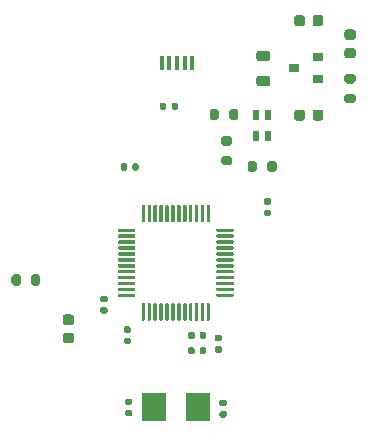
<source format=gbr>
%TF.GenerationSoftware,KiCad,Pcbnew,(5.1.12)-1*%
%TF.CreationDate,2021-12-29T23:54:55+01:00*%
%TF.ProjectId,STM32_Devkit,53544d33-325f-4446-9576-6b69742e6b69,rev?*%
%TF.SameCoordinates,Original*%
%TF.FileFunction,Paste,Top*%
%TF.FilePolarity,Positive*%
%FSLAX46Y46*%
G04 Gerber Fmt 4.6, Leading zero omitted, Abs format (unit mm)*
G04 Created by KiCad (PCBNEW (5.1.12)-1) date 2021-12-29 23:54:55*
%MOMM*%
%LPD*%
G01*
G04 APERTURE LIST*
%ADD10R,0.550000X0.850000*%
%ADD11R,0.450000X1.300000*%
%ADD12R,0.900000X0.800000*%
%ADD13R,2.000000X2.400000*%
G04 APERTURE END LIST*
D10*
%TO.C,D2*%
X190740000Y-116800000D03*
X190740000Y-115040000D03*
X189680000Y-115040000D03*
X189680000Y-116800000D03*
%TD*%
%TO.C,C1*%
G36*
G01*
X194475000Y-107300000D02*
X194475000Y-106800000D01*
G75*
G02*
X194700000Y-106575000I225000J0D01*
G01*
X195150000Y-106575000D01*
G75*
G02*
X195375000Y-106800000I0J-225000D01*
G01*
X195375000Y-107300000D01*
G75*
G02*
X195150000Y-107525000I-225000J0D01*
G01*
X194700000Y-107525000D01*
G75*
G02*
X194475000Y-107300000I0J225000D01*
G01*
G37*
G36*
G01*
X192925000Y-107300000D02*
X192925000Y-106800000D01*
G75*
G02*
X193150000Y-106575000I225000J0D01*
G01*
X193600000Y-106575000D01*
G75*
G02*
X193825000Y-106800000I0J-225000D01*
G01*
X193825000Y-107300000D01*
G75*
G02*
X193600000Y-107525000I-225000J0D01*
G01*
X193150000Y-107525000D01*
G75*
G02*
X192925000Y-107300000I0J225000D01*
G01*
G37*
%TD*%
%TO.C,C2*%
G36*
G01*
X195375000Y-114800000D02*
X195375000Y-115300000D01*
G75*
G02*
X195150000Y-115525000I-225000J0D01*
G01*
X194700000Y-115525000D01*
G75*
G02*
X194475000Y-115300000I0J225000D01*
G01*
X194475000Y-114800000D01*
G75*
G02*
X194700000Y-114575000I225000J0D01*
G01*
X195150000Y-114575000D01*
G75*
G02*
X195375000Y-114800000I0J-225000D01*
G01*
G37*
G36*
G01*
X193825000Y-114800000D02*
X193825000Y-115300000D01*
G75*
G02*
X193600000Y-115525000I-225000J0D01*
G01*
X193150000Y-115525000D01*
G75*
G02*
X192925000Y-115300000I0J225000D01*
G01*
X192925000Y-114800000D01*
G75*
G02*
X193150000Y-114575000I225000J0D01*
G01*
X193600000Y-114575000D01*
G75*
G02*
X193825000Y-114800000I0J-225000D01*
G01*
G37*
%TD*%
%TO.C,C3*%
G36*
G01*
X174050000Y-134375000D02*
X173550000Y-134375000D01*
G75*
G02*
X173325000Y-134150000I0J225000D01*
G01*
X173325000Y-133700000D01*
G75*
G02*
X173550000Y-133475000I225000J0D01*
G01*
X174050000Y-133475000D01*
G75*
G02*
X174275000Y-133700000I0J-225000D01*
G01*
X174275000Y-134150000D01*
G75*
G02*
X174050000Y-134375000I-225000J0D01*
G01*
G37*
G36*
G01*
X174050000Y-132825000D02*
X173550000Y-132825000D01*
G75*
G02*
X173325000Y-132600000I0J225000D01*
G01*
X173325000Y-132150000D01*
G75*
G02*
X173550000Y-131925000I225000J0D01*
G01*
X174050000Y-131925000D01*
G75*
G02*
X174275000Y-132150000I0J-225000D01*
G01*
X174275000Y-132600000D01*
G75*
G02*
X174050000Y-132825000I-225000J0D01*
G01*
G37*
%TD*%
%TO.C,C4*%
G36*
G01*
X178630000Y-132940000D02*
X178970000Y-132940000D01*
G75*
G02*
X179110000Y-133080000I0J-140000D01*
G01*
X179110000Y-133360000D01*
G75*
G02*
X178970000Y-133500000I-140000J0D01*
G01*
X178630000Y-133500000D01*
G75*
G02*
X178490000Y-133360000I0J140000D01*
G01*
X178490000Y-133080000D01*
G75*
G02*
X178630000Y-132940000I140000J0D01*
G01*
G37*
G36*
G01*
X178630000Y-133900000D02*
X178970000Y-133900000D01*
G75*
G02*
X179110000Y-134040000I0J-140000D01*
G01*
X179110000Y-134320000D01*
G75*
G02*
X178970000Y-134460000I-140000J0D01*
G01*
X178630000Y-134460000D01*
G75*
G02*
X178490000Y-134320000I0J140000D01*
G01*
X178490000Y-134040000D01*
G75*
G02*
X178630000Y-133900000I140000J0D01*
G01*
G37*
%TD*%
%TO.C,C5*%
G36*
G01*
X179200000Y-119620000D02*
X179200000Y-119280000D01*
G75*
G02*
X179340000Y-119140000I140000J0D01*
G01*
X179620000Y-119140000D01*
G75*
G02*
X179760000Y-119280000I0J-140000D01*
G01*
X179760000Y-119620000D01*
G75*
G02*
X179620000Y-119760000I-140000J0D01*
G01*
X179340000Y-119760000D01*
G75*
G02*
X179200000Y-119620000I0J140000D01*
G01*
G37*
G36*
G01*
X178240000Y-119620000D02*
X178240000Y-119280000D01*
G75*
G02*
X178380000Y-119140000I140000J0D01*
G01*
X178660000Y-119140000D01*
G75*
G02*
X178800000Y-119280000I0J-140000D01*
G01*
X178800000Y-119620000D01*
G75*
G02*
X178660000Y-119760000I-140000J0D01*
G01*
X178380000Y-119760000D01*
G75*
G02*
X178240000Y-119620000I0J140000D01*
G01*
G37*
%TD*%
%TO.C,C6*%
G36*
G01*
X176630000Y-130340000D02*
X176970000Y-130340000D01*
G75*
G02*
X177110000Y-130480000I0J-140000D01*
G01*
X177110000Y-130760000D01*
G75*
G02*
X176970000Y-130900000I-140000J0D01*
G01*
X176630000Y-130900000D01*
G75*
G02*
X176490000Y-130760000I0J140000D01*
G01*
X176490000Y-130480000D01*
G75*
G02*
X176630000Y-130340000I140000J0D01*
G01*
G37*
G36*
G01*
X176630000Y-131300000D02*
X176970000Y-131300000D01*
G75*
G02*
X177110000Y-131440000I0J-140000D01*
G01*
X177110000Y-131720000D01*
G75*
G02*
X176970000Y-131860000I-140000J0D01*
G01*
X176630000Y-131860000D01*
G75*
G02*
X176490000Y-131720000I0J140000D01*
G01*
X176490000Y-131440000D01*
G75*
G02*
X176630000Y-131300000I140000J0D01*
G01*
G37*
%TD*%
%TO.C,C7*%
G36*
G01*
X190480000Y-123050000D02*
X190820000Y-123050000D01*
G75*
G02*
X190960000Y-123190000I0J-140000D01*
G01*
X190960000Y-123470000D01*
G75*
G02*
X190820000Y-123610000I-140000J0D01*
G01*
X190480000Y-123610000D01*
G75*
G02*
X190340000Y-123470000I0J140000D01*
G01*
X190340000Y-123190000D01*
G75*
G02*
X190480000Y-123050000I140000J0D01*
G01*
G37*
G36*
G01*
X190480000Y-122090000D02*
X190820000Y-122090000D01*
G75*
G02*
X190960000Y-122230000I0J-140000D01*
G01*
X190960000Y-122510000D01*
G75*
G02*
X190820000Y-122650000I-140000J0D01*
G01*
X190480000Y-122650000D01*
G75*
G02*
X190340000Y-122510000I0J140000D01*
G01*
X190340000Y-122230000D01*
G75*
G02*
X190480000Y-122090000I140000J0D01*
G01*
G37*
%TD*%
%TO.C,C8*%
G36*
G01*
X185460000Y-133530000D02*
X185460000Y-133870000D01*
G75*
G02*
X185320000Y-134010000I-140000J0D01*
G01*
X185040000Y-134010000D01*
G75*
G02*
X184900000Y-133870000I0J140000D01*
G01*
X184900000Y-133530000D01*
G75*
G02*
X185040000Y-133390000I140000J0D01*
G01*
X185320000Y-133390000D01*
G75*
G02*
X185460000Y-133530000I0J-140000D01*
G01*
G37*
G36*
G01*
X184500000Y-133530000D02*
X184500000Y-133870000D01*
G75*
G02*
X184360000Y-134010000I-140000J0D01*
G01*
X184080000Y-134010000D01*
G75*
G02*
X183940000Y-133870000I0J140000D01*
G01*
X183940000Y-133530000D01*
G75*
G02*
X184080000Y-133390000I140000J0D01*
G01*
X184360000Y-133390000D01*
G75*
G02*
X184500000Y-133530000I0J-140000D01*
G01*
G37*
%TD*%
%TO.C,C9*%
G36*
G01*
X184500000Y-134830000D02*
X184500000Y-135170000D01*
G75*
G02*
X184360000Y-135310000I-140000J0D01*
G01*
X184080000Y-135310000D01*
G75*
G02*
X183940000Y-135170000I0J140000D01*
G01*
X183940000Y-134830000D01*
G75*
G02*
X184080000Y-134690000I140000J0D01*
G01*
X184360000Y-134690000D01*
G75*
G02*
X184500000Y-134830000I0J-140000D01*
G01*
G37*
G36*
G01*
X185460000Y-134830000D02*
X185460000Y-135170000D01*
G75*
G02*
X185320000Y-135310000I-140000J0D01*
G01*
X185040000Y-135310000D01*
G75*
G02*
X184900000Y-135170000I0J140000D01*
G01*
X184900000Y-134830000D01*
G75*
G02*
X185040000Y-134690000I140000J0D01*
G01*
X185320000Y-134690000D01*
G75*
G02*
X185460000Y-134830000I0J-140000D01*
G01*
G37*
%TD*%
%TO.C,C10*%
G36*
G01*
X179070000Y-140560000D02*
X178730000Y-140560000D01*
G75*
G02*
X178590000Y-140420000I0J140000D01*
G01*
X178590000Y-140140000D01*
G75*
G02*
X178730000Y-140000000I140000J0D01*
G01*
X179070000Y-140000000D01*
G75*
G02*
X179210000Y-140140000I0J-140000D01*
G01*
X179210000Y-140420000D01*
G75*
G02*
X179070000Y-140560000I-140000J0D01*
G01*
G37*
G36*
G01*
X179070000Y-139600000D02*
X178730000Y-139600000D01*
G75*
G02*
X178590000Y-139460000I0J140000D01*
G01*
X178590000Y-139180000D01*
G75*
G02*
X178730000Y-139040000I140000J0D01*
G01*
X179070000Y-139040000D01*
G75*
G02*
X179210000Y-139180000I0J-140000D01*
G01*
X179210000Y-139460000D01*
G75*
G02*
X179070000Y-139600000I-140000J0D01*
G01*
G37*
%TD*%
%TO.C,C11*%
G36*
G01*
X186730000Y-140100000D02*
X187070000Y-140100000D01*
G75*
G02*
X187210000Y-140240000I0J-140000D01*
G01*
X187210000Y-140520000D01*
G75*
G02*
X187070000Y-140660000I-140000J0D01*
G01*
X186730000Y-140660000D01*
G75*
G02*
X186590000Y-140520000I0J140000D01*
G01*
X186590000Y-140240000D01*
G75*
G02*
X186730000Y-140100000I140000J0D01*
G01*
G37*
G36*
G01*
X186730000Y-139140000D02*
X187070000Y-139140000D01*
G75*
G02*
X187210000Y-139280000I0J-140000D01*
G01*
X187210000Y-139560000D01*
G75*
G02*
X187070000Y-139700000I-140000J0D01*
G01*
X186730000Y-139700000D01*
G75*
G02*
X186590000Y-139560000I0J140000D01*
G01*
X186590000Y-139280000D01*
G75*
G02*
X186730000Y-139140000I140000J0D01*
G01*
G37*
%TD*%
%TO.C,D1*%
G36*
G01*
X197906250Y-110237500D02*
X197393750Y-110237500D01*
G75*
G02*
X197175000Y-110018750I0J218750D01*
G01*
X197175000Y-109581250D01*
G75*
G02*
X197393750Y-109362500I218750J0D01*
G01*
X197906250Y-109362500D01*
G75*
G02*
X198125000Y-109581250I0J-218750D01*
G01*
X198125000Y-110018750D01*
G75*
G02*
X197906250Y-110237500I-218750J0D01*
G01*
G37*
G36*
G01*
X197906250Y-108662500D02*
X197393750Y-108662500D01*
G75*
G02*
X197175000Y-108443750I0J218750D01*
G01*
X197175000Y-108006250D01*
G75*
G02*
X197393750Y-107787500I218750J0D01*
G01*
X197906250Y-107787500D01*
G75*
G02*
X198125000Y-108006250I0J-218750D01*
G01*
X198125000Y-108443750D01*
G75*
G02*
X197906250Y-108662500I-218750J0D01*
G01*
G37*
%TD*%
%TO.C,FB1*%
G36*
G01*
X189918750Y-109600000D02*
X190681250Y-109600000D01*
G75*
G02*
X190900000Y-109818750I0J-218750D01*
G01*
X190900000Y-110256250D01*
G75*
G02*
X190681250Y-110475000I-218750J0D01*
G01*
X189918750Y-110475000D01*
G75*
G02*
X189700000Y-110256250I0J218750D01*
G01*
X189700000Y-109818750D01*
G75*
G02*
X189918750Y-109600000I218750J0D01*
G01*
G37*
G36*
G01*
X189918750Y-111725000D02*
X190681250Y-111725000D01*
G75*
G02*
X190900000Y-111943750I0J-218750D01*
G01*
X190900000Y-112381250D01*
G75*
G02*
X190681250Y-112600000I-218750J0D01*
G01*
X189918750Y-112600000D01*
G75*
G02*
X189700000Y-112381250I0J218750D01*
G01*
X189700000Y-111943750D01*
G75*
G02*
X189918750Y-111725000I218750J0D01*
G01*
G37*
%TD*%
D11*
%TO.C,J1*%
X184300000Y-110650000D03*
X183650000Y-110650000D03*
X183000000Y-110650000D03*
X182350000Y-110650000D03*
X181700000Y-110650000D03*
%TD*%
%TO.C,L1*%
G36*
G01*
X186672500Y-135180000D02*
X186327500Y-135180000D01*
G75*
G02*
X186180000Y-135032500I0J147500D01*
G01*
X186180000Y-134737500D01*
G75*
G02*
X186327500Y-134590000I147500J0D01*
G01*
X186672500Y-134590000D01*
G75*
G02*
X186820000Y-134737500I0J-147500D01*
G01*
X186820000Y-135032500D01*
G75*
G02*
X186672500Y-135180000I-147500J0D01*
G01*
G37*
G36*
G01*
X186672500Y-134210000D02*
X186327500Y-134210000D01*
G75*
G02*
X186180000Y-134062500I0J147500D01*
G01*
X186180000Y-133767500D01*
G75*
G02*
X186327500Y-133620000I147500J0D01*
G01*
X186672500Y-133620000D01*
G75*
G02*
X186820000Y-133767500I0J-147500D01*
G01*
X186820000Y-134062500D01*
G75*
G02*
X186672500Y-134210000I-147500J0D01*
G01*
G37*
%TD*%
%TO.C,R1*%
G36*
G01*
X197375000Y-111575000D02*
X197925000Y-111575000D01*
G75*
G02*
X198125000Y-111775000I0J-200000D01*
G01*
X198125000Y-112175000D01*
G75*
G02*
X197925000Y-112375000I-200000J0D01*
G01*
X197375000Y-112375000D01*
G75*
G02*
X197175000Y-112175000I0J200000D01*
G01*
X197175000Y-111775000D01*
G75*
G02*
X197375000Y-111575000I200000J0D01*
G01*
G37*
G36*
G01*
X197375000Y-113225000D02*
X197925000Y-113225000D01*
G75*
G02*
X198125000Y-113425000I0J-200000D01*
G01*
X198125000Y-113825000D01*
G75*
G02*
X197925000Y-114025000I-200000J0D01*
G01*
X197375000Y-114025000D01*
G75*
G02*
X197175000Y-113825000I0J200000D01*
G01*
X197175000Y-113425000D01*
G75*
G02*
X197375000Y-113225000I200000J0D01*
G01*
G37*
%TD*%
%TO.C,R2*%
G36*
G01*
X191425000Y-119125000D02*
X191425000Y-119675000D01*
G75*
G02*
X191225000Y-119875000I-200000J0D01*
G01*
X190825000Y-119875000D01*
G75*
G02*
X190625000Y-119675000I0J200000D01*
G01*
X190625000Y-119125000D01*
G75*
G02*
X190825000Y-118925000I200000J0D01*
G01*
X191225000Y-118925000D01*
G75*
G02*
X191425000Y-119125000I0J-200000D01*
G01*
G37*
G36*
G01*
X189775000Y-119125000D02*
X189775000Y-119675000D01*
G75*
G02*
X189575000Y-119875000I-200000J0D01*
G01*
X189175000Y-119875000D01*
G75*
G02*
X188975000Y-119675000I0J200000D01*
G01*
X188975000Y-119125000D01*
G75*
G02*
X189175000Y-118925000I200000J0D01*
G01*
X189575000Y-118925000D01*
G75*
G02*
X189775000Y-119125000I0J-200000D01*
G01*
G37*
%TD*%
%TO.C,R3*%
G36*
G01*
X186925000Y-118500000D02*
X187475000Y-118500000D01*
G75*
G02*
X187675000Y-118700000I0J-200000D01*
G01*
X187675000Y-119100000D01*
G75*
G02*
X187475000Y-119300000I-200000J0D01*
G01*
X186925000Y-119300000D01*
G75*
G02*
X186725000Y-119100000I0J200000D01*
G01*
X186725000Y-118700000D01*
G75*
G02*
X186925000Y-118500000I200000J0D01*
G01*
G37*
G36*
G01*
X186925000Y-116850000D02*
X187475000Y-116850000D01*
G75*
G02*
X187675000Y-117050000I0J-200000D01*
G01*
X187675000Y-117450000D01*
G75*
G02*
X187475000Y-117650000I-200000J0D01*
G01*
X186925000Y-117650000D01*
G75*
G02*
X186725000Y-117450000I0J200000D01*
G01*
X186725000Y-117050000D01*
G75*
G02*
X186925000Y-116850000I200000J0D01*
G01*
G37*
%TD*%
%TO.C,R4*%
G36*
G01*
X188200000Y-114725000D02*
X188200000Y-115275000D01*
G75*
G02*
X188000000Y-115475000I-200000J0D01*
G01*
X187600000Y-115475000D01*
G75*
G02*
X187400000Y-115275000I0J200000D01*
G01*
X187400000Y-114725000D01*
G75*
G02*
X187600000Y-114525000I200000J0D01*
G01*
X188000000Y-114525000D01*
G75*
G02*
X188200000Y-114725000I0J-200000D01*
G01*
G37*
G36*
G01*
X186550000Y-114725000D02*
X186550000Y-115275000D01*
G75*
G02*
X186350000Y-115475000I-200000J0D01*
G01*
X185950000Y-115475000D01*
G75*
G02*
X185750000Y-115275000I0J200000D01*
G01*
X185750000Y-114725000D01*
G75*
G02*
X185950000Y-114525000I200000J0D01*
G01*
X186350000Y-114525000D01*
G75*
G02*
X186550000Y-114725000I0J-200000D01*
G01*
G37*
%TD*%
%TO.C,R5*%
G36*
G01*
X169775000Y-128725000D02*
X169775000Y-129275000D01*
G75*
G02*
X169575000Y-129475000I-200000J0D01*
G01*
X169175000Y-129475000D01*
G75*
G02*
X168975000Y-129275000I0J200000D01*
G01*
X168975000Y-128725000D01*
G75*
G02*
X169175000Y-128525000I200000J0D01*
G01*
X169575000Y-128525000D01*
G75*
G02*
X169775000Y-128725000I0J-200000D01*
G01*
G37*
G36*
G01*
X171425000Y-128725000D02*
X171425000Y-129275000D01*
G75*
G02*
X171225000Y-129475000I-200000J0D01*
G01*
X170825000Y-129475000D01*
G75*
G02*
X170625000Y-129275000I0J200000D01*
G01*
X170625000Y-128725000D01*
G75*
G02*
X170825000Y-128525000I200000J0D01*
G01*
X171225000Y-128525000D01*
G75*
G02*
X171425000Y-128725000I0J-200000D01*
G01*
G37*
%TD*%
%TO.C,R6*%
G36*
G01*
X181520000Y-114485000D02*
X181520000Y-114115000D01*
G75*
G02*
X181655000Y-113980000I135000J0D01*
G01*
X181925000Y-113980000D01*
G75*
G02*
X182060000Y-114115000I0J-135000D01*
G01*
X182060000Y-114485000D01*
G75*
G02*
X181925000Y-114620000I-135000J0D01*
G01*
X181655000Y-114620000D01*
G75*
G02*
X181520000Y-114485000I0J135000D01*
G01*
G37*
G36*
G01*
X182540000Y-114485000D02*
X182540000Y-114115000D01*
G75*
G02*
X182675000Y-113980000I135000J0D01*
G01*
X182945000Y-113980000D01*
G75*
G02*
X183080000Y-114115000I0J-135000D01*
G01*
X183080000Y-114485000D01*
G75*
G02*
X182945000Y-114620000I-135000J0D01*
G01*
X182675000Y-114620000D01*
G75*
G02*
X182540000Y-114485000I0J135000D01*
G01*
G37*
%TD*%
D12*
%TO.C,U1*%
X194900000Y-112000000D03*
X194900000Y-110100000D03*
X192900000Y-111050000D03*
%TD*%
%TO.C,U2*%
G36*
G01*
X180225000Y-132450000D02*
X180075000Y-132450000D01*
G75*
G02*
X180000000Y-132375000I0J75000D01*
G01*
X180000000Y-131050000D01*
G75*
G02*
X180075000Y-130975000I75000J0D01*
G01*
X180225000Y-130975000D01*
G75*
G02*
X180300000Y-131050000I0J-75000D01*
G01*
X180300000Y-132375000D01*
G75*
G02*
X180225000Y-132450000I-75000J0D01*
G01*
G37*
G36*
G01*
X180725000Y-132450000D02*
X180575000Y-132450000D01*
G75*
G02*
X180500000Y-132375000I0J75000D01*
G01*
X180500000Y-131050000D01*
G75*
G02*
X180575000Y-130975000I75000J0D01*
G01*
X180725000Y-130975000D01*
G75*
G02*
X180800000Y-131050000I0J-75000D01*
G01*
X180800000Y-132375000D01*
G75*
G02*
X180725000Y-132450000I-75000J0D01*
G01*
G37*
G36*
G01*
X181225000Y-132450000D02*
X181075000Y-132450000D01*
G75*
G02*
X181000000Y-132375000I0J75000D01*
G01*
X181000000Y-131050000D01*
G75*
G02*
X181075000Y-130975000I75000J0D01*
G01*
X181225000Y-130975000D01*
G75*
G02*
X181300000Y-131050000I0J-75000D01*
G01*
X181300000Y-132375000D01*
G75*
G02*
X181225000Y-132450000I-75000J0D01*
G01*
G37*
G36*
G01*
X181725000Y-132450000D02*
X181575000Y-132450000D01*
G75*
G02*
X181500000Y-132375000I0J75000D01*
G01*
X181500000Y-131050000D01*
G75*
G02*
X181575000Y-130975000I75000J0D01*
G01*
X181725000Y-130975000D01*
G75*
G02*
X181800000Y-131050000I0J-75000D01*
G01*
X181800000Y-132375000D01*
G75*
G02*
X181725000Y-132450000I-75000J0D01*
G01*
G37*
G36*
G01*
X182225000Y-132450000D02*
X182075000Y-132450000D01*
G75*
G02*
X182000000Y-132375000I0J75000D01*
G01*
X182000000Y-131050000D01*
G75*
G02*
X182075000Y-130975000I75000J0D01*
G01*
X182225000Y-130975000D01*
G75*
G02*
X182300000Y-131050000I0J-75000D01*
G01*
X182300000Y-132375000D01*
G75*
G02*
X182225000Y-132450000I-75000J0D01*
G01*
G37*
G36*
G01*
X182725000Y-132450000D02*
X182575000Y-132450000D01*
G75*
G02*
X182500000Y-132375000I0J75000D01*
G01*
X182500000Y-131050000D01*
G75*
G02*
X182575000Y-130975000I75000J0D01*
G01*
X182725000Y-130975000D01*
G75*
G02*
X182800000Y-131050000I0J-75000D01*
G01*
X182800000Y-132375000D01*
G75*
G02*
X182725000Y-132450000I-75000J0D01*
G01*
G37*
G36*
G01*
X183225000Y-132450000D02*
X183075000Y-132450000D01*
G75*
G02*
X183000000Y-132375000I0J75000D01*
G01*
X183000000Y-131050000D01*
G75*
G02*
X183075000Y-130975000I75000J0D01*
G01*
X183225000Y-130975000D01*
G75*
G02*
X183300000Y-131050000I0J-75000D01*
G01*
X183300000Y-132375000D01*
G75*
G02*
X183225000Y-132450000I-75000J0D01*
G01*
G37*
G36*
G01*
X183725000Y-132450000D02*
X183575000Y-132450000D01*
G75*
G02*
X183500000Y-132375000I0J75000D01*
G01*
X183500000Y-131050000D01*
G75*
G02*
X183575000Y-130975000I75000J0D01*
G01*
X183725000Y-130975000D01*
G75*
G02*
X183800000Y-131050000I0J-75000D01*
G01*
X183800000Y-132375000D01*
G75*
G02*
X183725000Y-132450000I-75000J0D01*
G01*
G37*
G36*
G01*
X184225000Y-132450000D02*
X184075000Y-132450000D01*
G75*
G02*
X184000000Y-132375000I0J75000D01*
G01*
X184000000Y-131050000D01*
G75*
G02*
X184075000Y-130975000I75000J0D01*
G01*
X184225000Y-130975000D01*
G75*
G02*
X184300000Y-131050000I0J-75000D01*
G01*
X184300000Y-132375000D01*
G75*
G02*
X184225000Y-132450000I-75000J0D01*
G01*
G37*
G36*
G01*
X184725000Y-132450000D02*
X184575000Y-132450000D01*
G75*
G02*
X184500000Y-132375000I0J75000D01*
G01*
X184500000Y-131050000D01*
G75*
G02*
X184575000Y-130975000I75000J0D01*
G01*
X184725000Y-130975000D01*
G75*
G02*
X184800000Y-131050000I0J-75000D01*
G01*
X184800000Y-132375000D01*
G75*
G02*
X184725000Y-132450000I-75000J0D01*
G01*
G37*
G36*
G01*
X185225000Y-132450000D02*
X185075000Y-132450000D01*
G75*
G02*
X185000000Y-132375000I0J75000D01*
G01*
X185000000Y-131050000D01*
G75*
G02*
X185075000Y-130975000I75000J0D01*
G01*
X185225000Y-130975000D01*
G75*
G02*
X185300000Y-131050000I0J-75000D01*
G01*
X185300000Y-132375000D01*
G75*
G02*
X185225000Y-132450000I-75000J0D01*
G01*
G37*
G36*
G01*
X185725000Y-132450000D02*
X185575000Y-132450000D01*
G75*
G02*
X185500000Y-132375000I0J75000D01*
G01*
X185500000Y-131050000D01*
G75*
G02*
X185575000Y-130975000I75000J0D01*
G01*
X185725000Y-130975000D01*
G75*
G02*
X185800000Y-131050000I0J-75000D01*
G01*
X185800000Y-132375000D01*
G75*
G02*
X185725000Y-132450000I-75000J0D01*
G01*
G37*
G36*
G01*
X187725000Y-130450000D02*
X186400000Y-130450000D01*
G75*
G02*
X186325000Y-130375000I0J75000D01*
G01*
X186325000Y-130225000D01*
G75*
G02*
X186400000Y-130150000I75000J0D01*
G01*
X187725000Y-130150000D01*
G75*
G02*
X187800000Y-130225000I0J-75000D01*
G01*
X187800000Y-130375000D01*
G75*
G02*
X187725000Y-130450000I-75000J0D01*
G01*
G37*
G36*
G01*
X187725000Y-129950000D02*
X186400000Y-129950000D01*
G75*
G02*
X186325000Y-129875000I0J75000D01*
G01*
X186325000Y-129725000D01*
G75*
G02*
X186400000Y-129650000I75000J0D01*
G01*
X187725000Y-129650000D01*
G75*
G02*
X187800000Y-129725000I0J-75000D01*
G01*
X187800000Y-129875000D01*
G75*
G02*
X187725000Y-129950000I-75000J0D01*
G01*
G37*
G36*
G01*
X187725000Y-129450000D02*
X186400000Y-129450000D01*
G75*
G02*
X186325000Y-129375000I0J75000D01*
G01*
X186325000Y-129225000D01*
G75*
G02*
X186400000Y-129150000I75000J0D01*
G01*
X187725000Y-129150000D01*
G75*
G02*
X187800000Y-129225000I0J-75000D01*
G01*
X187800000Y-129375000D01*
G75*
G02*
X187725000Y-129450000I-75000J0D01*
G01*
G37*
G36*
G01*
X187725000Y-128950000D02*
X186400000Y-128950000D01*
G75*
G02*
X186325000Y-128875000I0J75000D01*
G01*
X186325000Y-128725000D01*
G75*
G02*
X186400000Y-128650000I75000J0D01*
G01*
X187725000Y-128650000D01*
G75*
G02*
X187800000Y-128725000I0J-75000D01*
G01*
X187800000Y-128875000D01*
G75*
G02*
X187725000Y-128950000I-75000J0D01*
G01*
G37*
G36*
G01*
X187725000Y-128450000D02*
X186400000Y-128450000D01*
G75*
G02*
X186325000Y-128375000I0J75000D01*
G01*
X186325000Y-128225000D01*
G75*
G02*
X186400000Y-128150000I75000J0D01*
G01*
X187725000Y-128150000D01*
G75*
G02*
X187800000Y-128225000I0J-75000D01*
G01*
X187800000Y-128375000D01*
G75*
G02*
X187725000Y-128450000I-75000J0D01*
G01*
G37*
G36*
G01*
X187725000Y-127950000D02*
X186400000Y-127950000D01*
G75*
G02*
X186325000Y-127875000I0J75000D01*
G01*
X186325000Y-127725000D01*
G75*
G02*
X186400000Y-127650000I75000J0D01*
G01*
X187725000Y-127650000D01*
G75*
G02*
X187800000Y-127725000I0J-75000D01*
G01*
X187800000Y-127875000D01*
G75*
G02*
X187725000Y-127950000I-75000J0D01*
G01*
G37*
G36*
G01*
X187725000Y-127450000D02*
X186400000Y-127450000D01*
G75*
G02*
X186325000Y-127375000I0J75000D01*
G01*
X186325000Y-127225000D01*
G75*
G02*
X186400000Y-127150000I75000J0D01*
G01*
X187725000Y-127150000D01*
G75*
G02*
X187800000Y-127225000I0J-75000D01*
G01*
X187800000Y-127375000D01*
G75*
G02*
X187725000Y-127450000I-75000J0D01*
G01*
G37*
G36*
G01*
X187725000Y-126950000D02*
X186400000Y-126950000D01*
G75*
G02*
X186325000Y-126875000I0J75000D01*
G01*
X186325000Y-126725000D01*
G75*
G02*
X186400000Y-126650000I75000J0D01*
G01*
X187725000Y-126650000D01*
G75*
G02*
X187800000Y-126725000I0J-75000D01*
G01*
X187800000Y-126875000D01*
G75*
G02*
X187725000Y-126950000I-75000J0D01*
G01*
G37*
G36*
G01*
X187725000Y-126450000D02*
X186400000Y-126450000D01*
G75*
G02*
X186325000Y-126375000I0J75000D01*
G01*
X186325000Y-126225000D01*
G75*
G02*
X186400000Y-126150000I75000J0D01*
G01*
X187725000Y-126150000D01*
G75*
G02*
X187800000Y-126225000I0J-75000D01*
G01*
X187800000Y-126375000D01*
G75*
G02*
X187725000Y-126450000I-75000J0D01*
G01*
G37*
G36*
G01*
X187725000Y-125950000D02*
X186400000Y-125950000D01*
G75*
G02*
X186325000Y-125875000I0J75000D01*
G01*
X186325000Y-125725000D01*
G75*
G02*
X186400000Y-125650000I75000J0D01*
G01*
X187725000Y-125650000D01*
G75*
G02*
X187800000Y-125725000I0J-75000D01*
G01*
X187800000Y-125875000D01*
G75*
G02*
X187725000Y-125950000I-75000J0D01*
G01*
G37*
G36*
G01*
X187725000Y-125450000D02*
X186400000Y-125450000D01*
G75*
G02*
X186325000Y-125375000I0J75000D01*
G01*
X186325000Y-125225000D01*
G75*
G02*
X186400000Y-125150000I75000J0D01*
G01*
X187725000Y-125150000D01*
G75*
G02*
X187800000Y-125225000I0J-75000D01*
G01*
X187800000Y-125375000D01*
G75*
G02*
X187725000Y-125450000I-75000J0D01*
G01*
G37*
G36*
G01*
X187725000Y-124950000D02*
X186400000Y-124950000D01*
G75*
G02*
X186325000Y-124875000I0J75000D01*
G01*
X186325000Y-124725000D01*
G75*
G02*
X186400000Y-124650000I75000J0D01*
G01*
X187725000Y-124650000D01*
G75*
G02*
X187800000Y-124725000I0J-75000D01*
G01*
X187800000Y-124875000D01*
G75*
G02*
X187725000Y-124950000I-75000J0D01*
G01*
G37*
G36*
G01*
X185725000Y-124125000D02*
X185575000Y-124125000D01*
G75*
G02*
X185500000Y-124050000I0J75000D01*
G01*
X185500000Y-122725000D01*
G75*
G02*
X185575000Y-122650000I75000J0D01*
G01*
X185725000Y-122650000D01*
G75*
G02*
X185800000Y-122725000I0J-75000D01*
G01*
X185800000Y-124050000D01*
G75*
G02*
X185725000Y-124125000I-75000J0D01*
G01*
G37*
G36*
G01*
X185225000Y-124125000D02*
X185075000Y-124125000D01*
G75*
G02*
X185000000Y-124050000I0J75000D01*
G01*
X185000000Y-122725000D01*
G75*
G02*
X185075000Y-122650000I75000J0D01*
G01*
X185225000Y-122650000D01*
G75*
G02*
X185300000Y-122725000I0J-75000D01*
G01*
X185300000Y-124050000D01*
G75*
G02*
X185225000Y-124125000I-75000J0D01*
G01*
G37*
G36*
G01*
X184725000Y-124125000D02*
X184575000Y-124125000D01*
G75*
G02*
X184500000Y-124050000I0J75000D01*
G01*
X184500000Y-122725000D01*
G75*
G02*
X184575000Y-122650000I75000J0D01*
G01*
X184725000Y-122650000D01*
G75*
G02*
X184800000Y-122725000I0J-75000D01*
G01*
X184800000Y-124050000D01*
G75*
G02*
X184725000Y-124125000I-75000J0D01*
G01*
G37*
G36*
G01*
X184225000Y-124125000D02*
X184075000Y-124125000D01*
G75*
G02*
X184000000Y-124050000I0J75000D01*
G01*
X184000000Y-122725000D01*
G75*
G02*
X184075000Y-122650000I75000J0D01*
G01*
X184225000Y-122650000D01*
G75*
G02*
X184300000Y-122725000I0J-75000D01*
G01*
X184300000Y-124050000D01*
G75*
G02*
X184225000Y-124125000I-75000J0D01*
G01*
G37*
G36*
G01*
X183725000Y-124125000D02*
X183575000Y-124125000D01*
G75*
G02*
X183500000Y-124050000I0J75000D01*
G01*
X183500000Y-122725000D01*
G75*
G02*
X183575000Y-122650000I75000J0D01*
G01*
X183725000Y-122650000D01*
G75*
G02*
X183800000Y-122725000I0J-75000D01*
G01*
X183800000Y-124050000D01*
G75*
G02*
X183725000Y-124125000I-75000J0D01*
G01*
G37*
G36*
G01*
X183225000Y-124125000D02*
X183075000Y-124125000D01*
G75*
G02*
X183000000Y-124050000I0J75000D01*
G01*
X183000000Y-122725000D01*
G75*
G02*
X183075000Y-122650000I75000J0D01*
G01*
X183225000Y-122650000D01*
G75*
G02*
X183300000Y-122725000I0J-75000D01*
G01*
X183300000Y-124050000D01*
G75*
G02*
X183225000Y-124125000I-75000J0D01*
G01*
G37*
G36*
G01*
X182725000Y-124125000D02*
X182575000Y-124125000D01*
G75*
G02*
X182500000Y-124050000I0J75000D01*
G01*
X182500000Y-122725000D01*
G75*
G02*
X182575000Y-122650000I75000J0D01*
G01*
X182725000Y-122650000D01*
G75*
G02*
X182800000Y-122725000I0J-75000D01*
G01*
X182800000Y-124050000D01*
G75*
G02*
X182725000Y-124125000I-75000J0D01*
G01*
G37*
G36*
G01*
X182225000Y-124125000D02*
X182075000Y-124125000D01*
G75*
G02*
X182000000Y-124050000I0J75000D01*
G01*
X182000000Y-122725000D01*
G75*
G02*
X182075000Y-122650000I75000J0D01*
G01*
X182225000Y-122650000D01*
G75*
G02*
X182300000Y-122725000I0J-75000D01*
G01*
X182300000Y-124050000D01*
G75*
G02*
X182225000Y-124125000I-75000J0D01*
G01*
G37*
G36*
G01*
X181725000Y-124125000D02*
X181575000Y-124125000D01*
G75*
G02*
X181500000Y-124050000I0J75000D01*
G01*
X181500000Y-122725000D01*
G75*
G02*
X181575000Y-122650000I75000J0D01*
G01*
X181725000Y-122650000D01*
G75*
G02*
X181800000Y-122725000I0J-75000D01*
G01*
X181800000Y-124050000D01*
G75*
G02*
X181725000Y-124125000I-75000J0D01*
G01*
G37*
G36*
G01*
X181225000Y-124125000D02*
X181075000Y-124125000D01*
G75*
G02*
X181000000Y-124050000I0J75000D01*
G01*
X181000000Y-122725000D01*
G75*
G02*
X181075000Y-122650000I75000J0D01*
G01*
X181225000Y-122650000D01*
G75*
G02*
X181300000Y-122725000I0J-75000D01*
G01*
X181300000Y-124050000D01*
G75*
G02*
X181225000Y-124125000I-75000J0D01*
G01*
G37*
G36*
G01*
X180725000Y-124125000D02*
X180575000Y-124125000D01*
G75*
G02*
X180500000Y-124050000I0J75000D01*
G01*
X180500000Y-122725000D01*
G75*
G02*
X180575000Y-122650000I75000J0D01*
G01*
X180725000Y-122650000D01*
G75*
G02*
X180800000Y-122725000I0J-75000D01*
G01*
X180800000Y-124050000D01*
G75*
G02*
X180725000Y-124125000I-75000J0D01*
G01*
G37*
G36*
G01*
X180225000Y-124125000D02*
X180075000Y-124125000D01*
G75*
G02*
X180000000Y-124050000I0J75000D01*
G01*
X180000000Y-122725000D01*
G75*
G02*
X180075000Y-122650000I75000J0D01*
G01*
X180225000Y-122650000D01*
G75*
G02*
X180300000Y-122725000I0J-75000D01*
G01*
X180300000Y-124050000D01*
G75*
G02*
X180225000Y-124125000I-75000J0D01*
G01*
G37*
G36*
G01*
X179400000Y-124950000D02*
X178075000Y-124950000D01*
G75*
G02*
X178000000Y-124875000I0J75000D01*
G01*
X178000000Y-124725000D01*
G75*
G02*
X178075000Y-124650000I75000J0D01*
G01*
X179400000Y-124650000D01*
G75*
G02*
X179475000Y-124725000I0J-75000D01*
G01*
X179475000Y-124875000D01*
G75*
G02*
X179400000Y-124950000I-75000J0D01*
G01*
G37*
G36*
G01*
X179400000Y-125450000D02*
X178075000Y-125450000D01*
G75*
G02*
X178000000Y-125375000I0J75000D01*
G01*
X178000000Y-125225000D01*
G75*
G02*
X178075000Y-125150000I75000J0D01*
G01*
X179400000Y-125150000D01*
G75*
G02*
X179475000Y-125225000I0J-75000D01*
G01*
X179475000Y-125375000D01*
G75*
G02*
X179400000Y-125450000I-75000J0D01*
G01*
G37*
G36*
G01*
X179400000Y-125950000D02*
X178075000Y-125950000D01*
G75*
G02*
X178000000Y-125875000I0J75000D01*
G01*
X178000000Y-125725000D01*
G75*
G02*
X178075000Y-125650000I75000J0D01*
G01*
X179400000Y-125650000D01*
G75*
G02*
X179475000Y-125725000I0J-75000D01*
G01*
X179475000Y-125875000D01*
G75*
G02*
X179400000Y-125950000I-75000J0D01*
G01*
G37*
G36*
G01*
X179400000Y-126450000D02*
X178075000Y-126450000D01*
G75*
G02*
X178000000Y-126375000I0J75000D01*
G01*
X178000000Y-126225000D01*
G75*
G02*
X178075000Y-126150000I75000J0D01*
G01*
X179400000Y-126150000D01*
G75*
G02*
X179475000Y-126225000I0J-75000D01*
G01*
X179475000Y-126375000D01*
G75*
G02*
X179400000Y-126450000I-75000J0D01*
G01*
G37*
G36*
G01*
X179400000Y-126950000D02*
X178075000Y-126950000D01*
G75*
G02*
X178000000Y-126875000I0J75000D01*
G01*
X178000000Y-126725000D01*
G75*
G02*
X178075000Y-126650000I75000J0D01*
G01*
X179400000Y-126650000D01*
G75*
G02*
X179475000Y-126725000I0J-75000D01*
G01*
X179475000Y-126875000D01*
G75*
G02*
X179400000Y-126950000I-75000J0D01*
G01*
G37*
G36*
G01*
X179400000Y-127450000D02*
X178075000Y-127450000D01*
G75*
G02*
X178000000Y-127375000I0J75000D01*
G01*
X178000000Y-127225000D01*
G75*
G02*
X178075000Y-127150000I75000J0D01*
G01*
X179400000Y-127150000D01*
G75*
G02*
X179475000Y-127225000I0J-75000D01*
G01*
X179475000Y-127375000D01*
G75*
G02*
X179400000Y-127450000I-75000J0D01*
G01*
G37*
G36*
G01*
X179400000Y-127950000D02*
X178075000Y-127950000D01*
G75*
G02*
X178000000Y-127875000I0J75000D01*
G01*
X178000000Y-127725000D01*
G75*
G02*
X178075000Y-127650000I75000J0D01*
G01*
X179400000Y-127650000D01*
G75*
G02*
X179475000Y-127725000I0J-75000D01*
G01*
X179475000Y-127875000D01*
G75*
G02*
X179400000Y-127950000I-75000J0D01*
G01*
G37*
G36*
G01*
X179400000Y-128450000D02*
X178075000Y-128450000D01*
G75*
G02*
X178000000Y-128375000I0J75000D01*
G01*
X178000000Y-128225000D01*
G75*
G02*
X178075000Y-128150000I75000J0D01*
G01*
X179400000Y-128150000D01*
G75*
G02*
X179475000Y-128225000I0J-75000D01*
G01*
X179475000Y-128375000D01*
G75*
G02*
X179400000Y-128450000I-75000J0D01*
G01*
G37*
G36*
G01*
X179400000Y-128950000D02*
X178075000Y-128950000D01*
G75*
G02*
X178000000Y-128875000I0J75000D01*
G01*
X178000000Y-128725000D01*
G75*
G02*
X178075000Y-128650000I75000J0D01*
G01*
X179400000Y-128650000D01*
G75*
G02*
X179475000Y-128725000I0J-75000D01*
G01*
X179475000Y-128875000D01*
G75*
G02*
X179400000Y-128950000I-75000J0D01*
G01*
G37*
G36*
G01*
X179400000Y-129450000D02*
X178075000Y-129450000D01*
G75*
G02*
X178000000Y-129375000I0J75000D01*
G01*
X178000000Y-129225000D01*
G75*
G02*
X178075000Y-129150000I75000J0D01*
G01*
X179400000Y-129150000D01*
G75*
G02*
X179475000Y-129225000I0J-75000D01*
G01*
X179475000Y-129375000D01*
G75*
G02*
X179400000Y-129450000I-75000J0D01*
G01*
G37*
G36*
G01*
X179400000Y-129950000D02*
X178075000Y-129950000D01*
G75*
G02*
X178000000Y-129875000I0J75000D01*
G01*
X178000000Y-129725000D01*
G75*
G02*
X178075000Y-129650000I75000J0D01*
G01*
X179400000Y-129650000D01*
G75*
G02*
X179475000Y-129725000I0J-75000D01*
G01*
X179475000Y-129875000D01*
G75*
G02*
X179400000Y-129950000I-75000J0D01*
G01*
G37*
G36*
G01*
X179400000Y-130450000D02*
X178075000Y-130450000D01*
G75*
G02*
X178000000Y-130375000I0J75000D01*
G01*
X178000000Y-130225000D01*
G75*
G02*
X178075000Y-130150000I75000J0D01*
G01*
X179400000Y-130150000D01*
G75*
G02*
X179475000Y-130225000I0J-75000D01*
G01*
X179475000Y-130375000D01*
G75*
G02*
X179400000Y-130450000I-75000J0D01*
G01*
G37*
%TD*%
D13*
%TO.C,Y1*%
X181050000Y-139800000D03*
X184750000Y-139800000D03*
%TD*%
M02*

</source>
